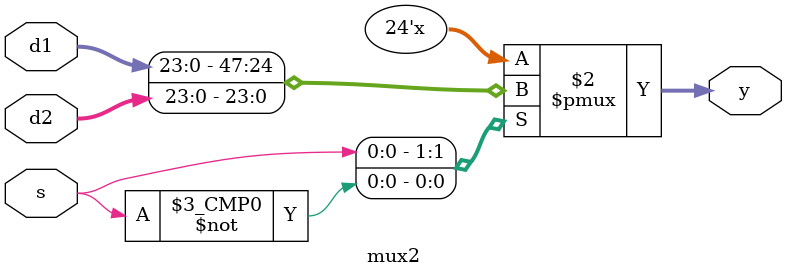
<source format=v>
module mux2(
    input  s,
    input [23:0] d1,
    input [23:0] d2,
    output reg [23:0] y
);

    always @ (s or d1 or d2)
        case (s)
            1'd1: y <= d1;
            1'd0: y <= d2;
            default: y <= 24'd0;
        endcase

        endmodule
</source>
